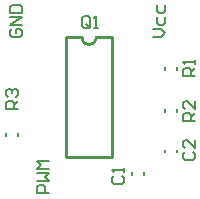
<source format=gto>
%FSLAX25Y25*%
%MOIN*%
G70*
G01*
G75*
%ADD10R,0.04016X0.03543*%
%ADD11C,0.02500*%
%ADD12R,0.28500X0.13000*%
%ADD13R,0.23500X0.21500*%
%ADD14R,0.39500X0.21500*%
%ADD15C,0.07500*%
%ADD16R,0.10000X0.05000*%
%ADD17O,0.10000X0.05000*%
%ADD18C,0.01000*%
%ADD19C,0.00700*%
D18*
X233250Y360000D02*
G03*
X238250Y360000I2500J0D01*
G01*
X228000D02*
X233250D01*
X238250D02*
X243500D01*
Y320000D02*
Y360000D01*
X228000Y320000D02*
X243500D01*
X228000D02*
Y360000D01*
D19*
X265000Y335100D02*
Y335900D01*
X261000Y335100D02*
Y335900D01*
X265000Y349100D02*
Y349900D01*
X261000Y349100D02*
Y349900D01*
X254000Y314100D02*
Y314900D01*
X250000Y314100D02*
Y314900D01*
X265000Y321600D02*
Y322400D01*
X261000Y321600D02*
Y322400D01*
X212000Y327100D02*
Y327900D01*
X208000Y327100D02*
Y327900D01*
X244168Y313729D02*
X243501Y313062D01*
Y311729D01*
X244168Y311063D01*
X246834D01*
X247500Y311729D01*
Y313062D01*
X246834Y313729D01*
X247500Y315062D02*
Y316395D01*
Y315728D01*
X243501D01*
X244168Y315062D01*
X267668Y321666D02*
X267001Y320999D01*
Y319666D01*
X267668Y319000D01*
X270334D01*
X271000Y319666D01*
Y320999D01*
X270334Y321666D01*
X271000Y325664D02*
Y322999D01*
X268334Y325664D01*
X267668D01*
X267001Y324998D01*
Y323665D01*
X267668Y322999D01*
X236166Y363666D02*
Y366332D01*
X235499Y366999D01*
X234166D01*
X233500Y366332D01*
Y363666D01*
X234166Y363000D01*
X235499D01*
X234833Y364333D02*
X236166Y363000D01*
X235499D02*
X236166Y363666D01*
X237499Y363000D02*
X238832D01*
X238165D01*
Y366999D01*
X237499Y366332D01*
X271000Y347000D02*
X267001D01*
Y348999D01*
X267668Y349666D01*
X269001D01*
X269667Y348999D01*
Y347000D01*
Y348333D02*
X271000Y349666D01*
Y350999D02*
Y352332D01*
Y351665D01*
X267001D01*
X267668Y350999D01*
X271000Y332000D02*
X267001D01*
Y333999D01*
X267668Y334666D01*
X269001D01*
X269667Y333999D01*
Y332000D01*
Y333333D02*
X271000Y334666D01*
Y338665D02*
Y335999D01*
X268334Y338665D01*
X267668D01*
X267001Y337998D01*
Y336665D01*
X267668Y335999D01*
X212000Y336000D02*
X208001D01*
Y337999D01*
X208668Y338666D01*
X210001D01*
X210667Y337999D01*
Y336000D01*
Y337333D02*
X212000Y338666D01*
X208668Y339999D02*
X208001Y340665D01*
Y341998D01*
X208668Y342665D01*
X209334D01*
X210001Y341998D01*
Y341332D01*
Y341998D01*
X210667Y342665D01*
X211334D01*
X212000Y341998D01*
Y340665D01*
X211334Y339999D01*
X210168Y362666D02*
X209501Y361999D01*
Y360666D01*
X210168Y360000D01*
X212834D01*
X213500Y360666D01*
Y361999D01*
X212834Y362666D01*
X211501D01*
Y361333D01*
X213500Y363999D02*
X209501D01*
X213500Y366665D01*
X209501D01*
Y367997D02*
X213500D01*
Y369997D01*
X212834Y370663D01*
X210168D01*
X209501Y369997D01*
Y367997D01*
X257001Y360000D02*
X259667D01*
X261000Y361333D01*
X259667Y362666D01*
X257001D01*
X258334Y366665D02*
Y364665D01*
X259001Y363999D01*
X260334D01*
X261000Y364665D01*
Y366665D01*
X258334Y370663D02*
Y368664D01*
X259001Y367997D01*
X260334D01*
X261000Y368664D01*
Y370663D01*
X222500Y308000D02*
X218501D01*
Y309999D01*
X219168Y310666D01*
X220501D01*
X221167Y309999D01*
Y308000D01*
X218501Y311999D02*
X222500D01*
X221167Y313332D01*
X222500Y314665D01*
X218501D01*
X222500Y315997D02*
X218501D01*
X219834Y317330D01*
X218501Y318663D01*
X222500D01*
M02*

</source>
